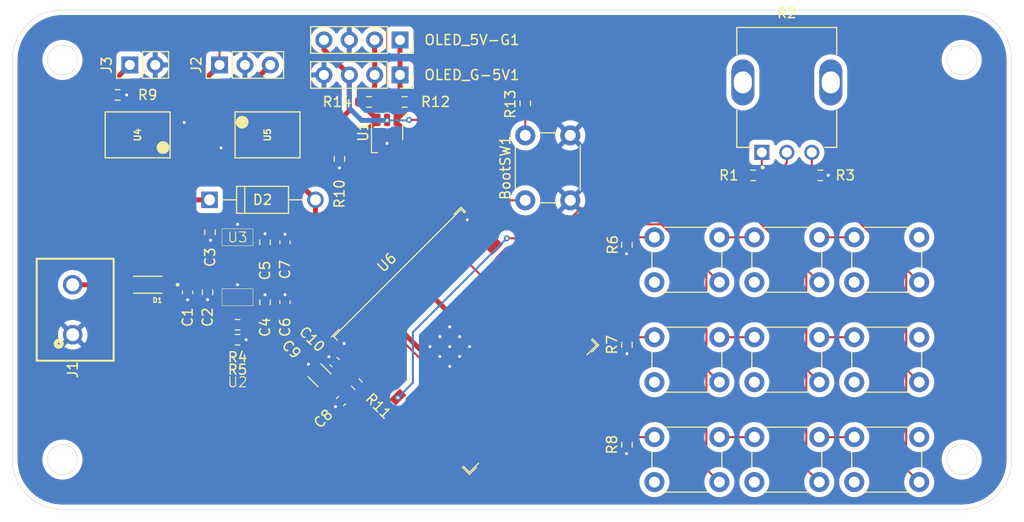
<source format=kicad_pcb>
(kicad_pcb (version 20240108) (generator "pcbnew") (generator_version "8.0")
  (layers (0 "F.Cu" signal) (31 "B.Cu" signal) (34 "B.Paste" user) (35 "F.Paste" user) (36 "B.SilkS" user "B.Silkscreen") (37 "F.SilkS" user "F.Silkscreen") (38 "B.Mask" user) (39 "F.Mask" user) (44 "Edge.Cuts" user))
  (net 0 "")
  (net 1 "Net-(U6-GPIO0{slash}BOOT)")
  (net 2 "GND")
  (net 3 "Net-(U2-EN)")
  (net 4 "+5V")
  (net 5 "+3V3")
  (net 6 "Net-(U6-EN)")
  (net 7 "Net-(D1-PadA)")
  (net 8 "Net-(D2-PadC)")
  (net 9 "Endstop_Unisolated")
  (net 10 "SSR_Unisolated")
  (net 11 "SDA")
  (net 12 "SCL")
  (net 13 "Net-(R1-Pad2)")
  (net 14 "Net-(R2-Pad3)")
  (net 15 "Knob")
  (net 16 "Net-(U2-ADJ)")
  (net 17 "Row1")
  (net 18 "Row2")
  (net 19 "Row3")
  (net 20 "Endstop")
  (net 21 "Col1")
  (net 22 "Col2")
  (net 23 "Col3")
  (net 27 "SSR_Out")
  (net 36 "unconnected-(U6-GPIO1{slash}TOUCH1{slash}ADC1_CH0-Pad39)")
  (footprint "Resistor_SMD:R_0603_1608Metric_Pad0.98x0.95mm_HandSolder" (layer "F.Cu") (at 160.69 59.2 180)
    (property "Reference" "R14")
    (property "Value" "10K" (hide yes))
  )
  (footprint "AP7366-SOT25:AP7366" (layer "F.Cu") (at 147.525 72.75)
    (property "Reference" "U3")
    (property "Value" "AP7366-33W5-7" (hide yes))
  )
  (footprint "Button_Switch_THT:SW_PUSH_6mm" (layer "F.Cu") (at 199.25 72.75)
    (property "Reference" "SW4" (hide yes))
    (property "Value" "SW_Push" (hide yes))
  )
  (footprint "PCM_Espressif:ESP32-S3-WROOM-1U" (layer "F.Cu") (at 170.207447 83.011127 45)
    (property "Reference" "U6")
    (property "Value" "ESP32-S3-WROOM-1")
  )
  (footprint "Resistor_SMD:R_0603_1608Metric" (layer "F.Cu") (at 176.325 59.35 -90)
    (property "Reference" "R13")
    (property "Value" "10K" (hide yes))
  )
  (footprint "Button_Switch_THT:SW_PUSH_6mm" (layer "F.Cu") (at 189.25 92.75)
    (property "Reference" "SW3" (hide yes))
    (property "Value" "SW_Push" (hide yes))
  )
  (footprint "Connector_PinHeader_2.54mm:PinHeader_1x03_P2.54mm_Vertical" (layer "F.Cu") (at 145.725 55.5 90)
    (property "Reference" "J2")
    (property "Value" "Conn_01x03_Pin" (hide yes))
  )
  (footprint "Button_Switch_THT:SW_PUSH_6mm" (layer "F.Cu") (at 199.25 82.75)
    (property "Reference" "SW5" (hide yes))
    (property "Value" "SW_Push" (hide yes))
  )
  (footprint "AP7366-SOT25:AP7366" (layer "F.Cu") (at 147.525 78.75)
    (property "Reference" "U2")
    (property "Value" "AP7366-W5-7" (hide yes))
  )
  (footprint "Capacitor_SMD:C_0603_1608Metric" (layer "F.Cu") (at 157.875 89.15 -135)
    (property "Reference" "C8")
    (property "Value" "1uF" (hide yes))
  )
  (footprint "Resistor_SMD:R_0603_1608Metric" (layer "F.Cu") (at 199.15 66.55)
    (property "Reference" "R1")
    (property "Value" "11K")
  )
  (footprint "Capacitor_SMD:C_0603_1608Metric" (layer "F.Cu") (at 152.275 73.25 90)
    (property "Reference" "C7")
    (property "Value" "10uF" (hide yes))
  )
  (footprint "Resistor_SMD:R_0603_1608Metric" (layer "F.Cu") (at 150.275 73.25 90)
    (property "Reference" "C5")
    (property "Value" "1uF" (hide yes))
  )
  (footprint "PT01-D115D-B103:TRIM_PT01-D115D-B103" (layer "F.Cu") (at 202.5 57.25)
    (property "Reference" "R2")
    (property "Value" "PT01-D115D-B103")
  )
  (footprint "Button_Switch_THT:SW_PUSH_6mm" (layer "F.Cu") (at 176.325 69.05 90)
    (property "Reference" "BootSW1")
    (property "Value" "SW_Push" (hide yes))
  )
  (footprint "Resistor_SMD:R_0603_1608Metric" (layer "F.Cu") (at 159.475 87.45 135)
    (property "Reference" "R11")
    (property "Value" "10K" (hide yes))
  )
  (footprint "Button_Switch_THT:SW_PUSH_6mm" (layer "F.Cu") (at 209.25 82.75)
    (property "Reference" "SW8" (hide yes))
    (property "Value" "SW_Push" (hide yes))
  )
  (footprint "Resistor_SMD:R_0603_1608Metric" (layer "F.Cu") (at 144.525 78.25 -90)
    (property "Reference" "C2")
    (property "Value" "1uF" (hide yes))
  )
  (footprint "Connector_PinSocket_2.54mm:PinSocket_1x04_P2.54mm_Vertical" (layer "F.Cu") (at 163.790001 56.5 -90)
    (property "Reference" "OLED_G-5V1")
    (property "Value" "Conn_01x04_Socket" (hide yes))
  )
  (footprint "Button_Switch_THT:SW_PUSH_6mm" (layer "F.Cu") (at 199.25 92.75)
    (property "Reference" "SW6" (hide yes))
    (property "Value" "SW_Push" (hide yes))
  )
  (footprint "Capacitor_SMD:C_0603_1608Metric" (layer "F.Cu") (at 157.239109 85.245583 135)
    (property "Reference" "C10")
    (property "Value" "0.1uF" (hide yes))
  )
  (footprint "Schottky_Diode_1N5819HW-7-F:SOD3715X145N" (layer "F.Cu") (at 138.525 77.5 180)
    (property "Reference" "D1")
    (property "Value" "1N5819HW-7-F" (hide yes))
  )
  (footprint "PCM_marbastlib-various:SOT-23-6-routable" (layer "F.Cu") (at 162.49 62.175 90)
    (property "Reference" "U1")
    (property "Value" "SRV05-4" (hide yes))
  )
  (footprint "Resistor_SMD:R_0603_1608Metric" (layer "F.Cu") (at 150.275 79.25 90)
    (property "Reference" "C4")
    (property "Value" "1uF" (hide yes))
  )
  (footprint "Button_Switch_THT:SW_PUSH_6mm" (layer "F.Cu") (at 209.25 92.75)
    (property "Reference" "SW9" (hide yes))
    (property "Value" "SW_Push" (hide yes))
  )
  (footprint "Capacitor_SMD:C_1206_3216Metric_Pad1.33x1.80mm_HandSolder" (layer "F.Cu") (at 155.71883 86.553731 135)
    (property "Reference" "C9")
    (property "Value" "22uF" (hide yes))
  )
  (footprint "Optocoupler_LTV-816S:SMD4-2.54-4.6X6.5MM" (layer "F.Cu") (at 150.525 62.5 -90)
    (property "Reference" "U5")
    (property "Value" "SMD-PHOTOCOUPLER-5KV-LTV-816S_4P-4.6X6.5MM_" (hide yes))
    (property "VALUE" "5KV 4P-4.6X6.5MM" (hide yes))
  )
  (footprint "Resistor_SMD:R_0603_1608Metric" (layer "F.Cu") (at 205.85 66.55)
    (property "Reference" "R3")
    (property "Value" "640")
  )
  (footprint "Terminal_Block_691137710002:691137710002" (layer "F.Cu") (at 131.025 80 90)
    (property "Reference" "J1")
    (property "Value" "691137710002" (hide yes))
    (property "VALUE" "691137710002" (hide yes))
  )
  (footprint "Resistor_SMD:R_0603_1608Metric" (layer "F.Cu") (at 147.525 81.5 180)
    (property "Reference" "R4")
    (property "Value" "63K" (hide yes))
  )
  (footprint "Connector_PinSocket_2.54mm:PinSocket_1x04_P2.54mm_Vertical" (layer "F.Cu") (at 163.79 53 -90)
    (property "Reference" "OLED_5V-G1")
    (property "Value" "Conn_01x04_Socket" (hide yes))
  )
  (footprint "Resistor_SMD:R_0603_1608Metric_Pad0.98x0.95mm_HandSolder" (layer "F.Cu") (at 164.24 59.2)
    (property "Reference" "R12")
    (property "Value" "10K" (hide yes))
  )
  (footprint "Resistor_SMD:R_0603_1608Metric_Pad0.98x0.95mm_HandSolder" (layer "F.Cu") (at 157.725 64.9 -90)
    (property "Reference" "R10")
    (property "Value" "1K" (hide yes))
  )
  (footprint "Resistor_SMD:R_0603_1608Metric_Pad0.98x0.95mm_HandSolder" (layer "F.Cu") (at 186.5 73.5 90)
    (property "Reference" "R6")
    (property "Value" "10K")
  )
  (footprint "Resistor_SMD:R_0603_1608Metric" (layer "F.Cu") (at 147.525 83)
    (property "Reference" "R5")
    (property "Value" "12K" (hide yes))
  )
  (footprint "Resistor_SMD:R_0603_1608Metric_Pad0.98x0.95mm_HandSolder" (layer "F.Cu") (at 135.525 58.5)
    (property "Reference" "R9")
    (property "Value" "1K" (hide yes))
  )
  (footprint "Capacitor_SMD:C_0603_1608Metric" (layer "F.Cu") (at 152.275 79.25 90)
    (property "Reference" "C6")
    (property "Value" "10uF" (hide yes))
  )
  (footprint "Capacitor_SMD:C_0603_1608Metric" (layer "F.Cu") (at 142.525 78.25 -90)
    (property "Reference" "C1")
    (property "Value" "10uF" (hide yes))
  )
  (footprint "Button_Switch_THT:SW_PUSH_6mm" (layer "F.Cu") (at 209.25 72.75)
    (property "Reference" "SW7" (hide yes))
    (property "Value" "SW_Push" (hide yes))
  )
  (footprint "Button_Switch_THT:SW_PUSH_6mm" (layer "F.Cu") (at 189.25 82.75)
    (property "Reference" "SW2" (hide yes))
    (property "Value" "SW_Push" (hide yes))
  )
  (footprint "Resistor_SMD:R_0603_1608Metric_Pad0.98x0.95mm_HandSolder" (layer "F.Cu") (at 186.5 83.5 -90)
    (property "Reference" "R7")
    (property "Value" "10K")
  )
  (footprint "Resistor_SMD:R_0603_1608Metric" (layer "F.Cu") (at 144.775 72.25 -90)
    (property "Reference" "C3")
    (property "Value" "1uF" (hide yes))
  )
  (footprint "Button_Switch_THT:SW_PUSH_6mm" (layer "F.Cu") (at 189.25 72.75)
    (property "Reference" "SW1" (hide yes))
    (property "Value" "SW_Push" (hide yes))
  )
  (footprint "Resistor_SMD:R_0603_1608Metric_Pad0.98x0.95mm_HandSolder" (layer "F.Cu") (at 186.5 93.5 -90)
    (property "Reference" "R8")
    (property "Value" "10K")
  )
  (footprint "Diode_1N4007:DIOAD1060W80L520D270" (layer "F.Cu") (at 150.025 69)
    (property "Reference" "D2")
    (property "Value" "1N4007" (hide yes))
  )
  (footprint "Optocoupler_LTV-816S:SMD4-2.54-4.6X6.5MM" (layer "F.Cu") (at 137.525 62.5 90)
    (property "Reference" "U4")
    (property "Value" "SMD-PHOTOCOUPLER-5KV-LTV-816S_4P-4.6X6.5MM_" (hide yes))
    (property "VALUE" "5KV 4P-4.6X6.5MM" (hide yes))
  )
  (footprint "Connector_PinHeader_2.54mm:PinHeader_1x02_P2.54mm_Vertical" (layer "F.Cu") (at 136.75 55.5 90)
    (property "Reference" "J3")
    (property "Value" "Conn_01x02_Pin" (hide yes))
  )
  (gr_line (start 225 55) (end 225 95) (stroke (width 0.05)) (layer "Edge.Cuts"))
  (gr_arc (start 225 95) (mid 223.535534 98.535534) (end 220 100) (stroke (width 0.05)) (layer "Edge.Cuts"))
  (gr_arc (start 125 55) (mid 126.464466 51.464466) (end 130 50) (stroke (width 0.05)) (layer "Edge.Cuts"))
  (gr_line (start 220 100) (end 130 100) (stroke (width 0.05)) (layer "Edge.Cuts"))
  (gr_circle (center 220 55) (end 220 53.5) (stroke (width 0.05)) (fill none) (layer "Edge.Cuts"))
  (gr_circle (center 130 55) (end 130 53.5) (stroke (width 0.05)) (fill none) (layer "Edge.Cuts"))
  (gr_arc (start 130 100) (mid 126.464466 98.535534) (end 125 95) (stroke (width 0.05)) (layer "Edge.Cuts"))
  (gr_circle (center 130 95) (end 130 93.5) (stroke (width 0.05)) (fill none) (layer "Edge.Cuts"))
  (gr_circle (center 220 95) (end 221.5 95) (stroke (width 0.05)) (fill none) (layer "Edge.Cuts"))
  (gr_line (start 125 95) (end 125 55) (stroke (width 0.05)) (layer "Edge.Cuts"))
  (gr_arc (start 220 50) (mid 223.535534 51.464466) (end 225 55) (stroke (width 0.05)) (layer "Edge.Cuts"))
  (gr_line (start 130 50) (end 220 50) (stroke (width 0.05)) (layer "Edge.Cuts"))
  (segment (start 170.625 69.05) (end 168.525 71.15) (width 0.2) (layer "F.Cu") (net 1))
  (segment (start 168.525 71.15) (end 168.525 73.2) (width 0.2) (layer "F.Cu") (net 1))
  (segment (start 178.512904 83.187904) (end 181.697932 83.187904) (width 0.2) (layer "F.Cu") (net 1))
  (segment (start 168.525 73.2) (end 178.512904 83.187904) (width 0.2) (layer "F.Cu") (net 1))
  (segment (start 181.697932 83.187904) (end 182.228262 82.657574) (width 0.2) (layer "F.Cu") (net 1))
  (segment (start 176.325 62.55) (end 176.325 60.175) (width 0.2) (layer "F.Cu") (net 1))
  (segment (start 176.325 69.05) (end 170.625 69.05) (width 0.2) (layer "F.Cu") (net 1))
  (segment (start 150.275 72.425) (end 150.275 72.4) (width 0.5) (layer "F.Cu") (net 2))
  (segment (start 145.845 63.77) (end 145.875 63.8) (width 0.5) (layer "F.Cu") (net 2))
  (segment (start 186.5 74.4125) (end 186.4625 74.4125) (width 0.5) (layer "F.Cu") (net 2))
  (segment (start 168.764948 81.710053) (end 168.764951 81.710052) (width 0.5) (layer "F.Cu") (net 2))
  (segment (start 157.725 65.8125) (end 157.725 65.8) (width 0.2) (layer "F.Cu") (net 2))
  (segment (start 170.744848 83.689948) (end 170.744849 83.68995) (width 0.5) (layer "F.Cu") (net 2))
  (segment (start 144.525 79.075) (end 144.525 79) (width 0.5) (layer "F.Cu") (net 2))
  (segment (start 156.691101 84.697575) (end 156.677425 84.697575) (width 0.2) (layer "F.Cu") (net 2))
  (segment (start 144.8 73.075) (end 144.825 73.05) (width 0.5) (layer "F.Cu") (net 2))
  (segment (start 158.193702 83.371752) (end 158.193703 83.371751) (width 0.5) (layer "F.Cu") (net 2))
  (segment (start 162.49 63.349999) (end 162.49 63.35) (width 0.2) (layer "F.Cu") (net 2))
  (segment (start 186.5 84.4125) (end 186.5 84.4) (width 0.2) (layer "F.Cu") (net 2))
  (segment (start 144.775 73.075) (end 144.8 73.075) (width 0.5) (layer "F.Cu") (net 2))
  (segment (start 154.613976 85.448877) (end 154.623877 85.448877) (width 0.2) (layer "F.Cu") (net 2))
  (segment (start 158.17956 83.357611) (end 158.193702 83.371752) (width 0.5) (layer "F.Cu") (net 2))
  (segment (start 142.205 61.23) (end 142.195 61.23) (width 0.5) (layer "F.Cu") (net 2))
  (segment (start 169.754899 82.699998) (end 169.754899 82.699998) (width 0.5) (layer "F.Cu") (net 2))
  (segment (start 154.623877 85.448877) (end 154.625 85.45) (width 0.2) (layer "F.Cu") (net 2))
  (segment (start 157.326992 89.698008) (end 157.325 89.7) (width 0.2) (layer "F.Cu") (net 2))
  (segment (start 168.764949 83.689948) (end 168.76495 83.68995) (width 0.5) (layer "F.Cu") (net 2))
  (segment (start 150.275 78.425) (end 150.275 78.5) (width 0.5) (layer "F.Cu") (net 2))
  (segment (start 156.677425 84.697575) (end 156.675 84.7) (width 0.2) (layer "F.Cu") (net 2))
  (segment (start 136.4375 58.5) (end 136.425 58.5) (width 0.5) (layer "F.Cu") (net 2))
  (segment (start 170.541759 70.983241) (end 170.525 71) (width 0.2) (layer "F.Cu") (net 2))
  (segment (start 147.525 77.45) (end 147.525 77.5) (width 0.5) (layer "F.Cu") (net 2))
  (segment (start 186.4625 74.4125) (end 186.45 74.4) (width 0.5) (layer "F.Cu") (net 2))
  (segment (start 142.525 79.025) (end 142.525 79) (width 0.5) (layer "F.Cu") (net 2))
  (segment (start 206.675 66.55) (end 206.65 66.55) (width 0.2) (layer "F.Cu") (net 2))
  (segment (start 148.35 83) (end 148.375 83) (width 0.5) (layer "F.Cu") (net 2))
  (segment (start 168.764951 81.710052) (end 168.76495 81.710051) (width 0.5) (layer "F.Cu") (net 2))
  (segment (start 186.4625 94.4125) (end 186.45 94.4) (width 0.2) (layer "F.Cu") (net 2))
  (segment (start 152.275 72.475) (end 152.275 72.45) (width 0.5) (layer "F.Cu") (net 2))
  (segment (start 142.195 61.23) (end 142.175 61.25) (width 0.5) (layer "F.Cu") (net 2))
  (segment (start 170.553929 70.983241) (end 170.541759 70.983241) (width 0.2) (layer "F.Cu") (net 2))
  (segment (start 169.754899 82.699998) (end 169.754899 82.7) (width 0.5) (layer "F.Cu") (net 2))
  (segment (start 186.5 94.4125) (end 186.4625 94.4125) (width 0.2) (layer "F.Cu") (net 2))
  (segment (start 152.275 78.475) (end 152.275 78.5) (width 0.5) (layer "F.Cu") (net 2))
  (via (at 156.675 84.7) (size 0.6) (drill 0.3) (layers "F.Cu" "B.Cu") (net 2))
  (via (at 154.625 85.45) (size 0.6) (drill 0.3) (layers "F.Cu" "B.Cu") (net 2))
  (via (at 157.725 65.8) (size 0.6) (drill 0.3) (layers "F.Cu" "B.Cu") (net 2))
  (via (at 206.65 66.55) (size 0.6) (drill 0.3) (layers "F.Cu" "B.Cu") (net 2))
  (via (at 136.425 58.5) (size 0.6) (drill 0.3) (layers "F.Cu" "B.Cu") (net 2))
  (via (at 152.275 72.45) (size 0.6) (drill 0.3) (layers "F.Cu" "B.Cu") (net 2))
  (via (at 166.785051 83.68995) (size 0.6) (drill 0.3) (layers "F.Cu" "B.Cu") (net 2))
  (via (at 158.193703 83.371751) (size 0.6) (drill 0.3) (layers "F.Cu" "B.Cu") (net 2))
  (via (at 150.275 72.4) (size 0.6) (drill 0.3) (layers "F.Cu" "B.Cu") (net 2))
  (via (at 170.525 71) (size 0.6) (drill 0.3) (layers "F.Cu" "B.Cu") (net 2))
  (via (at 169.754899 84.679899) (size 0.6) (drill 0.3) (layers "F.Cu" "B.Cu") (net 2))
  (via (at 150.275 78.5) (size 0.6) (drill 0.3) (layers "F.Cu" "B.Cu") (net 2))
  (via (at 186.5 84.4) (size 0.6) (drill 0.3) (layers "F.Cu" "B.Cu") (net 2))
  (via (at 168.764949 85.669847) (size 0.6) (drill 0.3) (layers "F.Cu" "B.Cu") (net 2))
  (via (at 152.275 78.5) (size 0.6) (drill 0.3) (layers "F.Cu" "B.Cu") (net 2))
  (via (at 147.525 71.45) (size 0.6) (drill 0.3) (layers "F.Cu" "B.Cu") (net 2))
  (via (at 145.875 63.8) (size 0.6) (drill 0.3) (layers "F.Cu" "B.Cu") (net 2))
  (via (at 169.754899 82.7) (size 0.6) (drill 0.3) (layers "F.Cu" "B.Cu") (net 2))
  (via (at 167.775 82.7) (size 0.6) (drill 0.3) (layers "F.Cu" "B.Cu") (net 2))
  (via (at 147.525 77.5) (size 0.6) (drill 0.3) (layers "F.Cu" "B.Cu") (net 2))
  (via (at 144.525 79) (size 0.6) (drill 0.3) (layers "F.Cu" "B.Cu") (net 2))
  (via (at 162.49 63.35) (size 0.6) (drill 0.3) (layers "F.Cu" "B.Cu") (net 2))
  (via (at 144.825 73.05) (size 0.6) (drill 0.3) (layers "F.Cu" "B.Cu") (net 2))
  (via (at 142.175 61.25) (size 0.6) (drill 0.3) (layers "F.Cu" "B.Cu") (net 2))
  (via (at 167.775 84.679899) (size 0.6) (drill 0.3) (layers "F.Cu" "B.Cu") (net 2))
  (via (at 186.45 94.4) (size 0.6) (drill 0.3) (layers "F.Cu" "B.Cu") (net 2))
  (via (at 157.325 89.7) (size 0.6) (drill 0.3) (layers "F.Cu" "B.Cu") (net 2))
  (via (at 148.375 83) (size 0.6) (drill 0.3) (layers "F.Cu" "B.Cu") (net 2))
  (via (at 168.76495 81.710051) (size 0.6) (drill 0.3) (layers "F.Cu" "B.Cu") (net 2))
  (via (at 170.744849 83.68995) (size 0.6) (drill 0.3) (layers "F.Cu" "B.Cu") (net 2))
  (via (at 142.525 79) (size 0.6) (drill 0.3) (layers "F.Cu" "B.Cu") (net 2))
  (via (at 186.45 74.4) (size 0.6) (drill 0.3) (layers "F.Cu" "B.Cu") (net 2))
  (via (at 168.76495 83.68995) (size 0.6) (drill 0.3) (layers "F.Cu" "B.Cu") (net 2))
  (segment (start 146.925 70.75) (end 146.575 71.1) (width 0.2) (layer "F.Cu") (net 3))
  (segment (start 147 76.75) (end 146.575 77.175) (width 0.2) (layer "F.Cu") (net 3))
  (segment (start 142.525 73.675) (end 142.525 77.475) (width 0.5) (layer "F.Cu") (net 3))
  (segment (start 148.174999 70.75) (end 146.925 70.75) (width 0.2) (layer "F.Cu") (net 3))
  (segment (start 148.475 71.45) (end 148.475 71.050001) (width 0.2) (layer "F.Cu") (net 3))
  (segment (start 148 76.75) (end 147 76.75) (width 0.2) (layer "F.Cu") (net 3))
  (segment (start 148.475 77.225) (end 148 76.75) (width 0.2) (layer "F.Cu") (net 3))
  (segment (start 148.475 77.45) (end 148.475 77.225) (width 0.2) (layer "F.Cu") (net 3))
  (segment (start 144.8 71.45) (end 144.775 71.425) (width 0.5) (layer "F.Cu") (net 3))
  (segment (start 140.204999 77.5) (end 146.525 77.5) (width 0.5) (layer "F.Cu") (net 3))
  (segment (start 146.575 71.1) (end 146.575 71.45) (width 0.2) (layer "F.Cu") (net 3))
  (segment (start 146.525 77.5) (end 146.575 77.45) (width 0.5) (layer "F.Cu") (net 3))
  (segment (start 144.775 71.425) (end 142.525 73.675) (width 0.5) (layer "F.Cu") (net 3))
  (segment (start 146.575 71.45) (end 144.8 71.45) (width 0.5) (layer "F.Cu") (net 3))
  (segment (start 146.575 77.175) (end 146.575 77.45) (width 0.2) (layer "F.Cu") (net 3))
  (segment (start 148.475 71.050001) (end 148.174999 70.75) (width 0.2) (layer "F.Cu") (net 3))
  (segment (start 158.710002 56.5) (end 158.710002 57.529998) (width 0.5) (layer "F.Cu") (net 4))
  (segment (start 152.25 80.05) (end 152.275 80.025) (width 0.5) (layer "F.Cu") (net 4))
  (segment (start 156.155 62.62) (end 153.955 62.62) (width 0.5) (layer "F.Cu") (net 4))
  (segment (start 155.325 76.975) (end 155.325 69) (width 0.5) (layer "F.Cu") (net 4))
  (segment (start 156.17 53) (end 156.17 53.959998) (width 0.5) (layer "F.Cu") (net 4))
  (segment (start 148.475 80.05) (end 152.25 80.05) (width 0.5) (layer "F.Cu") (net 4))
  (segment (start 152.275 80.025) (end 155.325 76.975) (width 0.5) (layer "F.Cu") (net 4))
  (segment (start 158.710002 56.5) (end 158.710002 60.064998) (width 0.5) (layer "F.Cu") (net 4))
  (segment (start 153.275 63.3) (end 153.275 66.95) (width 0.5) (layer "F.Cu") (net 4))
  (segment (start 156.17 53.959998) (end 158.710002 56.5) (width 0.5) (layer "F.Cu") (net 4))
  (segment (start 172.775 66.55) (end 198.325 66.55) (width 0.2) (layer "F.Cu") (net 4))
  (segment (start 153.955 62.62) (end 153.275 63.3) (width 0.5) (layer "F.Cu") (net 4))
  (segment (start 167.225 61) (end 172.775 66.55) (width 0.2) (layer "F.Cu") (net 4))
  (segment (start 164.69 61) (end 167.225 61) (width 0.2) (layer "F.Cu") (net 4))
  (segment (start 158.710002 60.064998) (end 156.155 62.62) (width 0.5) (layer "F.Cu") (net 4))
  (segment (start 153.275 66.95) (end 155.325 69) (width 0.5) (layer "F.Cu") (net 4))
  (segment (start 162.49 61.000001) (end 162.49 61.05) (width 0.2) (layer "F.Cu") (net 4))
  (segment (start 148.35 81.5) (end 148.35 80.175) (width 0.2) (layer "F.Cu") (net 4))
  (segment (start 148.35 80.175) (end 148.475 80.05) (width 0.2) (layer "F.Cu") (net 4))
  (via (at 162.49 61.05) (size 0.6) (drill 0.3) (layers "F.Cu" "B.Cu") (net 4))
  (via (at 164.69 61) (size 0.6) (drill 0.3) (layers "F.Cu" "B.Cu") (net 4))
  (segment (start 164.64 61.05) (end 164.69 61) (width 0.2) (layer "B.Cu") (net 4))
  (segment (start 159.94 61.05) (end 162.49 61.05) (width 0.5) (layer "B.Cu") (net 4))
  (segment (start 158.710002 59.820002) (end 159.94 61.05) (width 0.5) (layer "B.Cu") (net 4))
  (segment (start 162.49 61.05) (end 164.64 61.05) (width 0.2) (layer "B.Cu") (net 4))
  (segment (start 158.710002 56.5) (end 158.710002 59.820002) (width 0.5) (layer "B.Cu") (net 4))
  (segment (start 152.25 74.927684) (end 147.977684 79.2) (width 0.5) (layer "F.Cu") (net 5))
  (segment (start 144 61.785) (end 144.595 62.38) (width 0.5) (layer "F.Cu") (net 5))
  (segment (start 148.475 74.05) (end 152.25 74.05) (width 0.5) (layer "F.Cu") (net 5))
  (segment (start 145.725 55.5) (end 144 57.225) (width 0.5) (layer "F.Cu") (net 5))
  (segment (start 147.485 51.5) (end 169.3 51.5) (width 0.2) (layer "F.Cu") (net 5))
  (segment (start 153.2 71.964172) (end 153.2 73.1) (width 0.5) (layer "F.Cu") (net 5))
  (segment (start 152.863512 90.563292) (end 149.958805 87.658585) (width 0.2) (layer "F.Cu") (net 5))
  (segment (start 160.058363 88.033363) (end 160.058363 88.562608) (width 0.2) (layer "F.Cu") (net 5))
  (segment (start 158.057679 90.563292) (end 152.863512 90.563292) (width 0.2) (layer "F.Cu") (net 5))
  (segment (start 155.185 61.25) (end 155.205 61.23) (width 0.5) (layer "F.Cu") (net 5))
  (segment (start 147.095 62.38) (end 148.225 61.25) (width 0.5) (layer "F.Cu") (net 5))
  (segment (start 169.3 51.5) (end 176.325 58.525) (width 0.2) (layer "F.Cu") (net 5))
  (segment (start 145.825 83.52478) (end 149.958805 87.658585) (width 0.5) (layer "F.Cu") (net 5))
  (segment (start 160.058363 88.562608) (end 158.057679 90.563292) (width 0.2) (layer "F.Cu") (net 5))
  (segment (start 152.275 74.025) (end 152.25 74.05) (width 0.5) (layer "F.Cu") (net 5))
  (segment (start 152.325 62.81) (end 152.325 71.089172) (width 0.5) (layer "F.Cu") (net 5))
  (segment (start 144 57.225) (end 144 61.785) (width 0.5) (layer "F.Cu") (net 5))
  (segment (start 156.823683 86.509541) (end 156.823684 87.658587) (width 0.5) (layer "F.Cu") (net 5))
  (segment (start 145.725 55.5) (end 145.725 53.26) (width 0.2) (layer "F.Cu") (net 5))
  (segment (start 153.905 61.23) (end 152.325 62.81) (width 0.5) (layer "F.Cu") (net 5))
  (segment (start 161.6525 59.2) (end 162.49 59.2) (width 0.5) (layer "F.Cu") (net 5))
  (segment (start 152.25 74.05) (end 152.25 74.927684) (width 0.5) (layer "F.Cu") (net 5))
  (segment (start 155.205 61.23) (end 153.905 61.23) (width 0.5) (layer "F.Cu") (net 5))
  (segment (start 149.958805 87.658585) (end 156.823684 87.658585) (width 0.5) (layer "F.Cu") (net 5))
  (segment (start 145.825 79.45) (end 145.825 83.52478) (width 0.5) (layer "F.Cu") (net 5))
  (segment (start 152.325 71.089172) (end 153.2 71.964172) (width 0.5) (layer "F.Cu") (net 5))
  (segment (start 145.725 53.26) (end 147.485 51.5) (width 0.2) (layer "F.Cu") (net 5))
  (segment (start 162.49 59.2) (end 162.49 51.5) (width 0.2) (layer "F.Cu") (net 5))
  (segment (start 144.595 62.38) (end 147.095 62.38) (width 0.5) (layer "F.Cu") (net 5))
  (segment (start 153.2 73.1) (end 152.275 74.025) (width 0.5) (layer "F.Cu") (net 5))
  (segment (start 162.49 59.2) (end 163.3775 59.2) (width 0.5) (layer "F.Cu") (net 5))
  (segment (start 159.077588 84.255636) (end 156.823683 86.509541) (width 0.5) (layer "F.Cu") (net 5))
  (segment (start 147.977684 79.2) (end 146.075 79.2) (width 0.5) (layer "F.Cu") (net 5))
  (segment (start 148.225 61.25) (end 155.185 61.25) (width 0.5) (layer "F.Cu") (net 5))
  (segment (start 146.075 79.2) (end 145.825 79.45) (width 0.5) (layer "F.Cu") (net 5))
  (segment (start 158.891637 86.866637) (end 158.891637 86.237636) (width 0.2) (layer "F.Cu") (net 6))
  (segment (start 158.423008 87.335266) (end 158.891637 86.866637) (width 0.2) (layer "F.Cu") (net 6))
  (segment (start 158.891637 86.237636) (end 159.975612 85.153661) (width 0.2) (layer "F.Cu") (net 6))
  (segment (start 158.423008 88.601992) (end 158.423008 87.335266) (width 0.2) (layer "F.Cu") (net 6))
  (segment (start 131.025 77.5) (end 136.845001 77.5) (width 0.5) (layer "F.Cu") (net 7))
  (segment (start 132.845 63.77) (end 138.075 69) (width 0.5) (layer "F.Cu") (net 8))
  (segment (start 138.075 69) (end 144.725 69) (width 0.5) (layer "F.Cu") (net 8))
  (segment (start 145.845 60.459999) (end 145.845 61.23) (width 0.5) (layer "F.Cu") (net 9))
  (segment (start 150.804999 55.5) (end 145.845 60.459999) (width 0.5) (layer "F.Cu") (net 9))
  (segment (start 136.75 55.5) (end 134.6125 57.6375) (width 0.5) (layer "F.Cu") (net 10))
  (segment (start 134.6125 58.5) (end 134.6125 59.4625) (width 0.5) (layer "F.Cu") (net 10))
  (segment (start 134.6125 59.4625) (end 132.845 61.23) (width 0.5) (layer "F.Cu") (net 10))
  (segment (start 134.6125 57.6375) (end 134.6125 58.5) (width 0.5) (layer "F.Cu") (net 10))
  (segment (start 163.79 56.499999) (end 163.790001 56.5) (width 0.5) (layer "F.Cu") (net 11))
  (segment (start 163.44 61) (end 163.44 60.9625) (width 0.5) (layer "F.Cu") (net 11))
  (segment (start 174.925 86.55) (end 174.925 90.422757) (width 0.5) (layer "F.Cu") (net 11))
  (segment (start 163.44 60.9625) (end 165.2025 59.2) (width 0.5) (layer "F.Cu") (net 11))
  (segment (start 163.790001 57.787501) (end 165.2025 59.2) (width 0.5) (layer "F.Cu") (net 11))
  (segment (start 164.19 75.815) (end 174.925 86.55) (width 0.5) (layer "F.Cu") (net 11))
  (segment (start 163.79 53) (end 163.79 56.499999) (width 0.5) (layer "F.Cu") (net 11))
  (segment (start 163.44 61) (end 163.44 61.25) (width 0.5) (layer "F.Cu") (net 11))
  (segment (start 164.19 62) (end 164.19 75.815) (width 0.5) (layer "F.Cu") (net 11))
  (segment (start 163.790001 56.5) (end 163.790001 57.787501) (width 0.5) (layer "F.Cu") (net 11))
  (segment (start 163.44 61.25) (end 164.19 62) (width 0.5) (layer "F.Cu") (net 11))
  (segment (start 174.925 90.422757) (end 175.577923 91.07568) (width 0.5) (layer "F.Cu") (net 11))
  (segment (start 161.25 56.499999) (end 161.250001 56.5) (width 0.5) (layer "F.Cu") (net 12))
  (segment (start 159.8275 59.2) (end 159.8275 59.2875) (width 0.5) (layer "F.Cu") (net 12))
  (segment (start 174.106192 91.4) (end 174.679897 91.973705) (width 0.5) (layer "F.Cu") (net 12))
  (segment (start 161.250001 57.777499) (end 159.8275 59.2) (width 0.5) (layer "F.Cu") (net 12))
  (segment (start 160.79 61.75) (end 160.79 78.967691) (width 0.5) (layer "F.Cu") (net 12))
  (segment (start 160.79 78.967691) (end 173.222309 91.4) (width 0.5) (layer "F.Cu") (net 12))
  (segment (start 161.25 53) (end 161.25 56.499999) (width 0.5) (layer "F.Cu") (net 12))
  (segment (start 173.222309 91.4) (end 174.106192 91.4) (width 0.5) (layer "F.Cu") (net 12))
  (segment (start 159.8275 59.2875) (end 161.54 61) (width 0.5) (layer "F.Cu") (net 12))
  (segment (start 161.54 61) (end 160.79 61.75) (width 0.5) (layer "F.Cu") (net 12))
  (segment (start 161.250001 56.5) (end 161.250001 57.777499) (width 0.5) (layer "F.Cu") (net 12))
  (segment (start 200.000001 66.524999) (end 199.975 66.55) (width 0.2) (layer "F.Cu") (net 13))
  (segment (start 200.000001 64.25) (end 200.000001 66.524999) (width 0.2) (layer "F.Cu") (net 13))
  (segment (start 204.999999 66.474999) (end 205.075 66.55) (width 0.2) (layer "F.Cu") (net 14))
  (segment (start 204.999999 64.25) (end 204.999999 66.474999) (width 0.2) (layer "F.Cu") (net 14))
  (segment (start 163.567714 88.792714) (end 163.575 88.8) (width 0.2) (layer "F.Cu") (net 15))
  (segment (start 163.567714 88.745763) (end 163.567714 88.792714) (width 0.2) (layer "F.Cu") (net 15))
  (segment (start 197.966316 69.85) (end 181.863479 69.85) (width 0.2) (layer "F.Cu") (net 15))
  (segment (start 202.5 65.316316) (end 197.966316 69.85) (width 0.2) (layer "F.Cu") (net 15))
  (segment (start 178.863479 72.85) (end 174.475 72.85) (width 0.2) (layer "F.Cu") (net 15))
  (segment (start 181.863479 69.85) (end 178.863479 72.85) (width 0.2) (layer "F.Cu") (net 15))
  (segment (start 202.5 64.249999) (end 202.5 65.316316) (width 0.2) (layer "F.Cu") (net 15))
  (via (at 163.575 88.8) (size 0.6) (drill 0.3) (layers "F.Cu" "B.Cu") (net 15))
  (via (at 174.475 72.85) (size 0.6) (drill 0.3) (layers "F.Cu" "B.Cu") (net 15))
  (segment (start 165.075 87.3) (end 163.575 88.8) (width 0.2) (layer "B.Cu") (net 15))
  (segment (start 165.075 82.25) (end 165.075 87.3) (width 0.2) (layer "B.Cu") (net 15))
  (segment (start 174.475 72.85) (end 165.075 82.25) (width 0.2) (layer "B.Cu") (net 15))
  (segment (start 146.7 80.175) (end 146.575 80.05) (width 0.2) (layer "F.Cu") (net 16))
  (segment (start 146.7 83) (end 146.7 80.175) (width 0.2) (layer "F.Cu") (net 16))
  (segment (start 189.25 72.75) (end 186.6625 72.75) (width 0.2) (layer "F.Cu") (net 17))
  (segment (start 185.725 73.3625) (end 186.5 72.5875) (width 0.2) (layer "F.Cu") (net 17))
  (segment (start 185.725 79.949117) (end 185.725 73.3625) (width 0.2) (layer "F.Cu") (net 17))
  (segment (start 209.25 72.75) (end 205.75 72.75) (width 0.2) (layer "F.Cu") (net 17))
  (segment (start 199.25 72.75) (end 195.75 72.75) (width 0.2) (layer "F.Cu") (net 17))
  (segment (start 181.864102 84.789501) (end 185.725 80.928603) (width 0.2) (layer "F.Cu") (net 17))
  (segment (start 186.6625 72.75) (end 186.5 72.5875) (width 0.2) (layer "F.Cu") (net 17))
  (segment (start 185.725 80.928603) (end 185.725 79.949117) (width 0.2) (layer "F.Cu") (net 17))
  (segment (start 189.25 82.75) (end 186.6625 82.75) (width 0.2) (layer "F.Cu") (net 18))
  (segment (start 181.678551 86.4) (end 180.966077 85.687526) (width 0.2) (layer "F.Cu") (net 18))
  (segment (start 186.6625 82.75) (end 186.5 82.5875) (width 0.2) (layer "F.Cu") (net 18))
  (segment (start 182.864802 86.4) (end 181.678551 86.4) (width 0.2) (layer "F.Cu") (net 18))
  (segment (start 186.5 82.764802) (end 182.864802 86.4) (width 0.2) (layer "F.Cu") (net 18))
  (segment (start 209.25 82.75) (end 205.75 82.75) (width 0.2) (layer "F.Cu") (net 18))
  (segment (start 199.25 82.75) (end 195.75 82.75) (width 0.2) (layer "F.Cu") (net 18))
  (segment (start 186.5 82.5875) (end 186.5 82.764802) (width 0.2) (layer "F.Cu") (net 18))
  (segment (start 180.246732 86.585552) (end 180.068051 86.585552) (width 0.2) (layer "F.Cu") (net 19))
  (segment (start 186.5 92.5875) (end 186.069999 92.5875) (width 0.2) (layer "F.Cu") (net 19))
  (segment (start 209.25 92.75) (end 205.75 92.75) (width 0.2) (layer "F.Cu") (net 19))
  (segment (start 189.25 92.75) (end 186.6625 92.75) (width 0.2) (layer "F.Cu") (net 19))
  (segment (start 186.6625 92.75) (end 186.5 92.5875) (width 0.2) (layer "F.Cu") (net 19))
  (segment (start 199.25 92.75) (end 195.75 92.75) (width 0.2) (layer "F.Cu") (net 19))
  (segment (start 186.069999 92.5875) (end 180.068051 86.585552) (width 0.2) (layer "F.Cu") (net 19))
  (segment (start 158.5 77.589859) (end 173.781872 92.871731) (width 0.2) (layer "F.Cu") (net 20))
  (segment (start 155.205 63.77) (end 157.5075 63.77) (width 0.2) (layer "F.Cu") (net 20))
  (segment (start 157.5075 63.77) (end 157.725 63.9875) (width 0.2) (layer "F.Cu") (net 20))
  (segment (start 157.725 63.9875) (end 158.5 64.7625) (width 0.2) (layer "F.Cu") (net 20))
  (segment (start 158.5 64.7625) (end 158.5 77.589859) (width 0.2) (layer "F.Cu") (net 20))
  (segment (start 194.45 85.95) (end 195.75 87.25) (width 0.2) (layer "F.Cu") (net 21))
  (segment (start 194.45 85.95) (end 194.45 75.95) (width 0.2) (layer "F.Cu") (net 21))
  (segment (start 184.45558 71.45) (end 189.95 71.45) (width 0.2) (layer "F.Cu") (net 21))
  (segment (start 177.738134 78.167446) (end 184.45558 71.45) (width 0.2) (layer "F.Cu") (net 21))
  (segment (start 189.95 71.45) (end 194.45 75.95) (width 0.2) (layer "F.Cu") (net 21))
  (segment (start 194.45 75.95) (end 195.75 77.25) (width 0.2) (layer "F.Cu") (net 21))
  (segment (start 194.45 85.95) (end 194.45 95.95) (width 0.2) (layer "F.Cu") (net 21))
  (segment (start 194.45 95.95) (end 195.75 97.25) (width 0.2) (layer "F.Cu") (net 21))
  (segment (start 204.45 75.95) (end 204.425 75.925) (width 0.2) (layer "F.Cu") (net 22))
  (segment (start 204.45 95.95) (end 205.75 97.25) (width 0.2) (layer "F.Cu") (net 22))
  (segment (start 204.45 85.95) (end 205.75 87.25) (width 0.2) (layer "F.Cu") (net 22))
  (segment (start 204.425 75.925) (end 205.75 77.25) (width 0.2) (layer "F.Cu") (net 22))
  (segment (start 204.45 85.95) (end 204.45 95.95) (width 0.2) (layer "F.Cu") (net 22))
  (segment (start 183.059529 71.05) (end 199.55 71.05) (width 0.2) (layer "F.Cu") (net 22))
  (segment (start 204.45 85.95) (end 204.45 75.95) (width 0.2) (layer "F.Cu") (net 22))
  (segment (start 176.840109 77.26942) (end 183.059529 71.05) (width 0.2) (layer "F.Cu") (net 22))
  (segment (start 199.55 71.05) (end 204.425 75.925) (width 0.2) (layer "F.Cu") (net 22))
  (segment (start 175.942083 76.371394) (end 181.663477 70.65) (width 0.2) (layer "F.Cu") (net 23))
  (segment (start 214.45 85.95) (end 215.75 87.25) (width 0.2) (layer "F.Cu") (net 23))
  (segment (start 214.45 85.95) (end 214.45 95.95) (width 0.2) (layer "F.Cu") (net 23))
  (segment (start 214.45 75.95) (end 214.4 75.9) (width 0.2) (layer "F.Cu") (net 23))
  (segment (start 214.45 95.95) (end 215.75 97.25) (width 0.2) (layer "F.Cu") (net 23))
  (segment (start 214.4 75.9) (end 215.75 77.25) (width 0.2) (layer "F.Cu") (net 23))
  (segment (start 209.15 70.65) (end 214.4 75.9) (width 0.2) (layer "F.Cu") (net 23))
  (segment (start 214.45 85.95) (end 214.45 75.95) (width 0.2) (layer "F.Cu") (net 23))
  (segment (start 181.663477 70.65) (end 209.15 70.65) (width 0.2) (layer "F.Cu") (net 23))
  (segment (start 130.525 69.390001) (end 154.90122 93.766221) (width 0.2) (layer "F.Cu") (net 27))
  (segment (start 142.205 63.77) (end 141.205 62.77) (width 0.2) (layer "F.Cu") (net 27))
  (segment (start 130.525 63.99) (end 130.525 69.390001) (width 0.2) (layer "F.Cu") (net 27))
  (segment (start 167.527512 93.766221) (end 168.057842 93.235891) (width 0.2) (layer "F.Cu") (net 27))
  (segment (start 141.205 62.77) (end 131.745 62.77) (width 0.2) (layer "F.Cu") (net 27))
  (segment (start 154.90122 93.766221) (end 167.527512 93.766221) (width 0.2) (layer "F.Cu") (net 27))
  (segment (start 131.745 62.77) (end 130.525 63.99) (width 0.2) (layer "F.Cu") (net 27))
  (segment (start 171.666027 71.916659) (end 171.641659 71.916659) (width 0.5) (layer "F.Cu") (net 36))
  (zone (net 2) (net_name "GND") (layer "B.Cu") (connect_pads (clearance 0.5)) (min_thickness 0.25) (fill yes (thermal_gap 0.5) (thermal_bridge_width 0.5))
    (polygon (pts (xy 123.75 49) (xy 226.25 49) (xy 226.25 101.25) (xy 123.75 101.25)))
  )
)
</source>
